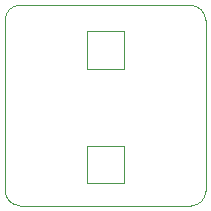
<source format=gm1>
G04 #@! TF.GenerationSoftware,KiCad,Pcbnew,(5.1.5)-3*
G04 #@! TF.CreationDate,2020-05-06T14:38:42+02:00*
G04 #@! TF.ProjectId,Cherry-Mx-Bitboard-Re-19.05mm,43686572-7279-42d4-9d78-2d426974626f,1*
G04 #@! TF.SameCoordinates,Original*
G04 #@! TF.FileFunction,Profile,NP*
%FSLAX46Y46*%
G04 Gerber Fmt 4.6, Leading zero omitted, Abs format (unit mm)*
G04 Created by KiCad (PCBNEW (5.1.5)-3) date 2020-05-06 14:38:42*
%MOMM*%
%LPD*%
G04 APERTURE LIST*
%ADD10C,0.010000*%
%ADD11C,0.100000*%
G04 APERTURE END LIST*
D10*
X84145000Y-53315000D02*
X84145000Y-54315000D01*
X93145000Y-62315000D02*
X92145000Y-62315000D01*
X101145000Y-53315000D02*
X101145000Y-54315000D01*
X93145000Y-45315000D02*
X92145000Y-45315000D01*
X84145000Y-53315000D02*
X84145000Y-48765000D01*
X92145000Y-62315000D02*
X91869998Y-62314999D01*
X93670000Y-62315001D02*
X93145000Y-62315000D01*
X93145000Y-45315000D02*
X99145001Y-45314999D01*
X92145000Y-45315000D02*
X86145000Y-45315001D01*
X101145000Y-47765000D02*
X101145000Y-47314999D01*
X101145000Y-60815000D02*
X101145000Y-60265000D01*
X101145000Y-60815000D02*
X101142800Y-61036200D01*
X101145000Y-54315000D02*
X101145000Y-54815000D01*
D11*
X94234000Y-50700000D02*
X94234000Y-47525000D01*
D10*
X84137500Y-61023500D02*
X84145000Y-60265000D01*
D11*
X91059000Y-47525000D02*
X91059000Y-50700000D01*
X94234000Y-47525000D02*
X91059000Y-47525000D01*
X91059000Y-50700000D02*
X94234000Y-50700000D01*
X94211000Y-57227000D02*
X91036000Y-57227000D01*
X94211000Y-60402000D02*
X94211000Y-57227000D01*
X91036000Y-60402000D02*
X94211000Y-60402000D01*
X91036000Y-57227000D02*
X91036000Y-60402000D01*
D10*
X101117400Y-46609000D02*
X101145000Y-47314999D01*
X99145001Y-45314999D02*
X99847400Y-45339000D01*
X99847400Y-45339000D02*
G75*
G02X101117400Y-46609000I0J-1270000D01*
G01*
X99872800Y-62306200D02*
X99145001Y-62315000D01*
X101142800Y-61036200D02*
G75*
G02X99872800Y-62306200I-1270000J0D01*
G01*
X86144999Y-62315000D02*
X85407500Y-62293500D01*
X85407500Y-62293500D02*
G75*
G02X84137500Y-61023500I0J1270000D01*
G01*
X84145000Y-46584999D02*
X84145000Y-48765000D01*
X86145000Y-45315001D02*
X85415000Y-45314999D01*
X84145000Y-46584999D02*
G75*
G02X85415000Y-45314999I1270000J0D01*
G01*
X93670000Y-62315001D02*
X99145001Y-62315000D01*
X101145000Y-54815000D02*
X101145000Y-60265000D01*
X86144999Y-62315000D02*
X91869998Y-62314999D01*
X84145000Y-54315000D02*
X84145000Y-60265000D01*
X101145000Y-47765000D02*
X101145000Y-53315000D01*
M02*

</source>
